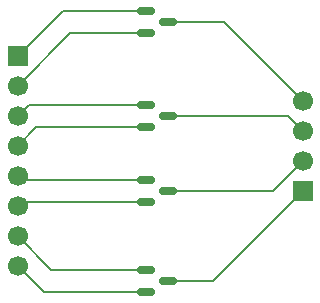
<source format=gbr>
%TF.GenerationSoftware,KiCad,Pcbnew,9.0.1*%
%TF.CreationDate,2025-07-19T07:25:43-04:00*%
%TF.ProjectId,SOT23,534f5432-332e-46b6-9963-61645f706362,rev?*%
%TF.SameCoordinates,Original*%
%TF.FileFunction,Copper,L1,Top*%
%TF.FilePolarity,Positive*%
%FSLAX46Y46*%
G04 Gerber Fmt 4.6, Leading zero omitted, Abs format (unit mm)*
G04 Created by KiCad (PCBNEW 9.0.1) date 2025-07-19 07:25:43*
%MOMM*%
%LPD*%
G01*
G04 APERTURE LIST*
G04 Aperture macros list*
%AMRoundRect*
0 Rectangle with rounded corners*
0 $1 Rounding radius*
0 $2 $3 $4 $5 $6 $7 $8 $9 X,Y pos of 4 corners*
0 Add a 4 corners polygon primitive as box body*
4,1,4,$2,$3,$4,$5,$6,$7,$8,$9,$2,$3,0*
0 Add four circle primitives for the rounded corners*
1,1,$1+$1,$2,$3*
1,1,$1+$1,$4,$5*
1,1,$1+$1,$6,$7*
1,1,$1+$1,$8,$9*
0 Add four rect primitives between the rounded corners*
20,1,$1+$1,$2,$3,$4,$5,0*
20,1,$1+$1,$4,$5,$6,$7,0*
20,1,$1+$1,$6,$7,$8,$9,0*
20,1,$1+$1,$8,$9,$2,$3,0*%
G04 Aperture macros list end*
%TA.AperFunction,ComponentPad*%
%ADD10R,1.700000X1.700000*%
%TD*%
%TA.AperFunction,ComponentPad*%
%ADD11C,1.700000*%
%TD*%
%TA.AperFunction,SMDPad,CuDef*%
%ADD12RoundRect,0.150000X-0.587500X-0.150000X0.587500X-0.150000X0.587500X0.150000X-0.587500X0.150000X0*%
%TD*%
%TA.AperFunction,Conductor*%
%ADD13C,0.200000*%
%TD*%
G04 APERTURE END LIST*
D10*
%TO.P,J1,1,Pin_1*%
%TO.N,Net-(J1-Pin_1)*%
X138430000Y-82550000D03*
D11*
%TO.P,J1,2,Pin_2*%
%TO.N,Net-(J1-Pin_2)*%
X138430000Y-85090000D03*
%TO.P,J1,3,Pin_3*%
%TO.N,Net-(J1-Pin_3)*%
X138430000Y-87630000D03*
%TO.P,J1,4,Pin_4*%
%TO.N,Net-(J1-Pin_4)*%
X138430000Y-90170000D03*
%TO.P,J1,5,Pin_5*%
%TO.N,Net-(J1-Pin_5)*%
X138430000Y-92710000D03*
%TO.P,J1,6,Pin_6*%
%TO.N,Net-(J1-Pin_6)*%
X138430000Y-95250000D03*
%TO.P,J1,7,Pin_7*%
%TO.N,Net-(J1-Pin_7)*%
X138430000Y-97790000D03*
%TO.P,J1,8,Pin_8*%
%TO.N,Net-(J1-Pin_8)*%
X138430000Y-100330000D03*
%TD*%
D12*
%TO.P,Q4,1,G*%
%TO.N,Net-(J1-Pin_7)*%
X149255000Y-100650000D03*
%TO.P,Q4,2,S*%
%TO.N,Net-(J1-Pin_8)*%
X149255000Y-102550000D03*
%TO.P,Q4,3,D*%
%TO.N,Net-(J2-Pin_1)*%
X151130000Y-101600000D03*
%TD*%
%TO.P,Q3,1,G*%
%TO.N,Net-(J1-Pin_5)*%
X149255000Y-93030000D03*
%TO.P,Q3,2,S*%
%TO.N,Net-(J1-Pin_6)*%
X149255000Y-94930000D03*
%TO.P,Q3,3,D*%
%TO.N,Net-(J2-Pin_2)*%
X151130000Y-93980000D03*
%TD*%
%TO.P,Q2,1,G*%
%TO.N,Net-(J1-Pin_3)*%
X149255000Y-86680000D03*
%TO.P,Q2,2,S*%
%TO.N,Net-(J1-Pin_4)*%
X149255000Y-88580000D03*
%TO.P,Q2,3,D*%
%TO.N,Net-(J2-Pin_3)*%
X151130000Y-87630000D03*
%TD*%
%TO.P,Q1,1,G*%
%TO.N,Net-(J1-Pin_1)*%
X149255000Y-78740000D03*
%TO.P,Q1,2,S*%
%TO.N,Net-(J1-Pin_2)*%
X149255000Y-80640000D03*
%TO.P,Q1,3,D*%
%TO.N,Net-(J2-Pin_4)*%
X151130000Y-79690000D03*
%TD*%
D10*
%TO.P,J2,1,Pin_1*%
%TO.N,Net-(J2-Pin_1)*%
X162560000Y-93980000D03*
D11*
%TO.P,J2,2,Pin_2*%
%TO.N,Net-(J2-Pin_2)*%
X162560000Y-91440000D03*
%TO.P,J2,3,Pin_3*%
%TO.N,Net-(J2-Pin_3)*%
X162560000Y-88900000D03*
%TO.P,J2,4,Pin_4*%
%TO.N,Net-(J2-Pin_4)*%
X162560000Y-86360000D03*
%TD*%
D13*
%TO.N,Net-(J2-Pin_4)*%
X151130000Y-79690000D02*
X155890000Y-79690000D01*
X155890000Y-79690000D02*
X162560000Y-86360000D01*
%TO.N,Net-(J2-Pin_3)*%
X151130000Y-87630000D02*
X161290000Y-87630000D01*
X161290000Y-87630000D02*
X162560000Y-88900000D01*
%TO.N,Net-(J2-Pin_2)*%
X151130000Y-93980000D02*
X160020000Y-93980000D01*
X160020000Y-93980000D02*
X162560000Y-91440000D01*
%TO.N,Net-(J2-Pin_1)*%
X151130000Y-101600000D02*
X154940000Y-101600000D01*
X154940000Y-101600000D02*
X162560000Y-93980000D01*
%TO.N,Net-(J1-Pin_8)*%
X149255000Y-102550000D02*
X140650000Y-102550000D01*
X140650000Y-102550000D02*
X138430000Y-100330000D01*
%TO.N,Net-(J1-Pin_7)*%
X149255000Y-100650000D02*
X141290000Y-100650000D01*
X141290000Y-100650000D02*
X138430000Y-97790000D01*
%TO.N,Net-(J1-Pin_6)*%
X149255000Y-94930000D02*
X138750000Y-94930000D01*
X138750000Y-94930000D02*
X138430000Y-95250000D01*
%TO.N,Net-(J1-Pin_5)*%
X149255000Y-93030000D02*
X138750000Y-93030000D01*
X138750000Y-93030000D02*
X138430000Y-92710000D01*
%TO.N,Net-(J1-Pin_4)*%
X149255000Y-88580000D02*
X140020000Y-88580000D01*
X140020000Y-88580000D02*
X138430000Y-90170000D01*
%TO.N,Net-(J1-Pin_3)*%
X149255000Y-86680000D02*
X139380000Y-86680000D01*
X139380000Y-86680000D02*
X138430000Y-87630000D01*
%TO.N,Net-(J1-Pin_2)*%
X149255000Y-80640000D02*
X142880000Y-80640000D01*
X142880000Y-80640000D02*
X138430000Y-85090000D01*
%TO.N,Net-(J1-Pin_1)*%
X149255000Y-78740000D02*
X142240000Y-78740000D01*
X142240000Y-78740000D02*
X138430000Y-82550000D01*
%TO.N,Net-(J1-Pin_5)*%
X138925000Y-92215000D02*
X138430000Y-92710000D01*
%TO.N,Net-(J1-Pin_1)*%
X138845000Y-82965000D02*
X138430000Y-82550000D01*
%TD*%
M02*

</source>
